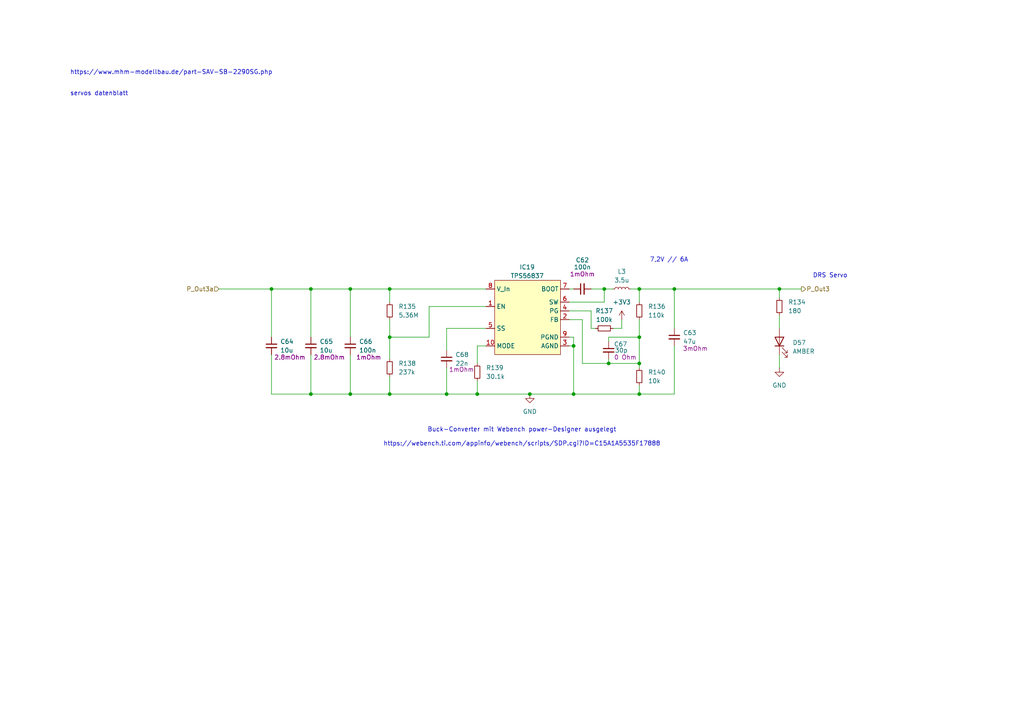
<source format=kicad_sch>
(kicad_sch (version 20231120) (generator "eeschema") (generator_version "8.0")
  (paper "A4")
  (title_block (title "PDU FT25") (date "2024-11-23") (rev "V1.1") (company "Janek Herm") (comment 1 "FaSTTUBe Electronics"))
  (lib_symbols
    (symbol "Device:C_Small" (pin_numbers hide) (pin_names (offset 0.254) hide)
      (property "Reference" "C" (at 0.254 1.778 0))
      (property "Value" "C_Small" (at 0.254 -2.032 0))
      (symbol "C_Small_0_1"
        (polyline (pts (xy -1.524 -0.508) (xy 1.524 -0.508)) (stroke (width 0.3302)))
        (polyline (pts (xy -1.524 0.508) (xy 1.524 0.508)) (stroke (width 0.3048)))
      )
      (symbol "C_Small_1_1"
        (pin passive line (at 0 2.54 270) (length 2.032) (name "~") (number "1"))
        (pin passive line (at 0 -2.54 90) (length 2.032) (name "~") (number "2"))
      )
    )
    (symbol "Device:LED" (pin_numbers hide) (pin_names (offset 1.016) hide)
      (property "Reference" "D" (at 0 2.54 0))
      (property "Value" "LED" (at 0 -2.54 0))
      (symbol "LED_0_1"
        (polyline (pts (xy -1.27 -1.27) (xy -1.27 1.27)) (stroke (width 0.254)))
        (polyline (pts (xy -1.27 0) (xy 1.27 0)))
        (polyline (pts (xy 1.27 -1.27) (xy 1.27 1.27) (xy -1.27 0) (xy 1.27 -1.27)) (stroke (width 0.254)))
        (polyline (pts (xy -3.048 -0.762) (xy -4.572 -2.286) (xy -3.81 -2.286) (xy -4.572 -2.286) (xy -4.572 -1.524)))
        (polyline (pts (xy -1.778 -0.762) (xy -3.302 -2.286) (xy -2.54 -2.286) (xy -3.302 -2.286) (xy -3.302 -1.524)))
      )
      (symbol "LED_1_1"
        (pin passive line (at -3.81 0 0) (length 2.54) (name "K") (number "1"))
        (pin passive line (at 3.81 0 180) (length 2.54) (name "A") (number "2"))
      )
    )
    (symbol "Device:L_Small" (pin_numbers hide) (pin_names (offset 0.254) hide)
      (property "Reference" "L" (at 0.762 1.016 0))
      (property "Value" "L_Small" (at 0.762 -1.016 0))
      (symbol "L_Small_0_1"
        (arc (start 0 -2.032) (mid 0.5058 -1.524) (end 0 -1.016))
        (arc (start 0 -1.016) (mid 0.5058 -0.508) (end 0 0))
        (arc (start 0 0) (mid 0.5058 0.508) (end 0 1.016))
        (arc (start 0 1.016) (mid 0.5058 1.524) (end 0 2.032))
      )
      (symbol "L_Small_1_1"
        (pin passive line (at 0 2.54 270) (length 0.508) (name "~") (number "1"))
        (pin passive line (at 0 -2.54 90) (length 0.508) (name "~") (number "2"))
      )
    )
    (symbol "Device:R_Small" (pin_numbers hide) (pin_names (offset 0.254) hide)
      (property "Reference" "R" (at 0.762 0.508 0))
      (property "Value" "R_Small" (at 0.762 -1.016 0))
      (symbol "R_Small_0_1"
        (rectangle (start -0.762 1.778) (end 0.762 -1.778) (stroke (width 0.2032)))
      )
      (symbol "R_Small_1_1"
        (pin passive line (at 0 2.54 270) (length 0.762) (name "~") (number "1"))
        (pin passive line (at 0 -2.54 90) (length 0.762) (name "~") (number "2"))
      )
    )
    (symbol "FaSTTUBe_Voltage_Regulators:TPS56837"
      (property "Reference" "IC" (at -3.556 10.922 0))
      (property "Value" "TPS56837" (at -3.302 8.636 0))
      (symbol "TPS56837_1_1"
        (rectangle (start -12.7 7.62) (end 6.35 -13.97) (fill (type background)))
        (pin input line (at -15.24 0 0) (length 2.54) (name "EN") (number "1"))
        (pin input line (at -15.24 -11.43 0) (length 2.54) (name "MODE") (number "10"))
        (pin input line (at 8.89 -3.81 180) (length 2.54) (name "FB") (number "2"))
        (pin input line (at 8.89 -11.43 180) (length 2.54) (name "AGND") (number "3"))
        (pin input line (at 8.89 -1.27 180) (length 2.54) (name "PG") (number "4"))
        (pin input line (at -15.24 -6.35 0) (length 2.54) (name "SS") (number "5"))
        (pin input line (at 8.89 1.27 180) (length 2.54) (name "SW") (number "6"))
        (pin input line (at 8.89 5.08 180) (length 2.54) (name "BOOT") (number "7"))
        (pin input line (at -15.24 5.08 0) (length 2.54) (name "V_In") (number "8"))
        (pin input line (at 8.89 -8.89 180) (length 2.54) (name "PGND") (number "9"))
      )
    )
    (symbol "power:+3.3V" (power) (pin_numbers hide) (pin_names (offset 0) hide)
      (property "Value" "+3.3V" (at 0 3.556 0))
      (symbol "+3.3V_0_1"
        (polyline (pts (xy -0.762 1.27) (xy 0 2.54)))
        (polyline (pts (xy 0 0) (xy 0 2.54)))
        (polyline (pts (xy 0 2.54) (xy 0.762 1.27)))
      )
      (symbol "+3.3V_1_1"
        (pin power_in line (at 0 0 90) (length 0) (name "~") (number "1"))
      )
    )
    (symbol "power:GND" (power) (pin_numbers hide) (pin_names (offset 0) hide)
      (property "Value" "GND" (at 0 -3.81 0))
      (symbol "GND_0_1"
        (polyline (pts (xy 0 0) (xy 0 -1.27) (xy 1.27 -1.27) (xy 0 -2.54) (xy -1.27 -1.27) (xy 0 -1.27)))
      )
      (symbol "GND_1_1"
        (pin power_in line (at 0 0 270) (length 0) (name "~") (number "1"))
      )
    )
  )
  (junction (at 113.03 114.3))
  (junction (at 226.06 83.82))
  (junction (at 195.58 83.82))
  (junction (at 185.42 105.41))
  (junction (at 113.03 83.82))
  (junction (at 185.42 83.82))
  (junction (at 101.6 114.3))
  (junction (at 129.54 114.3))
  (junction (at 185.42 114.3))
  (junction (at 176.53 105.41))
  (junction (at 101.6 83.82))
  (junction (at 185.42 97.79))
  (junction (at 90.17 83.82))
  (junction (at 153.67 114.3))
  (junction (at 78.74 83.82))
  (junction (at 138.43 114.3))
  (junction (at 175.26 83.82))
  (junction (at 166.37 114.3))
  (junction (at 113.03 97.79))
  (junction (at 166.37 100.33))
  (junction (at 90.17 114.3))
  (wire (pts (xy 124.46 88.9) (xy 124.46 97.79)))
  (wire (pts (xy 113.03 109.22) (xy 113.03 114.3)))
  (wire (pts (xy 165.1 92.71) (xy 168.91 92.71)))
  (wire (pts (xy 166.37 100.33) (xy 166.37 114.3)))
  (wire (pts (xy 226.06 83.82) (xy 226.06 86.36)))
  (wire (pts (xy 176.53 105.41) (xy 185.42 105.41)))
  (wire (pts (xy 226.06 102.87) (xy 226.06 106.68)))
  (wire (pts (xy 180.34 95.25) (xy 180.34 92.71)))
  (wire (pts (xy 226.06 91.44) (xy 226.06 95.25)))
  (wire (pts (xy 185.42 92.71) (xy 185.42 97.79)))
  (wire (pts (xy 101.6 102.87) (xy 101.6 114.3)))
  (wire (pts (xy 63.5 83.82) (xy 78.74 83.82)))
  (wire (pts (xy 90.17 102.87) (xy 90.17 114.3)))
  (wire (pts (xy 90.17 83.82) (xy 90.17 97.79)))
  (wire (pts (xy 185.42 111.76) (xy 185.42 114.3)))
  (wire (pts (xy 140.97 88.9) (xy 124.46 88.9)))
  (wire (pts (xy 177.8 83.82) (xy 175.26 83.82)))
  (wire (pts (xy 171.45 90.17) (xy 171.45 95.25)))
  (wire (pts (xy 129.54 106.68) (xy 129.54 114.3)))
  (wire (pts (xy 101.6 83.82) (xy 101.6 97.79)))
  (wire (pts (xy 175.26 87.63) (xy 175.26 83.82)))
  (wire (pts (xy 185.42 97.79) (xy 185.42 105.41)))
  (wire (pts (xy 185.42 83.82) (xy 185.42 87.63)))
  (wire (pts (xy 166.37 114.3) (xy 185.42 114.3)))
  (wire (pts (xy 166.37 97.79) (xy 166.37 100.33)))
  (wire (pts (xy 165.1 87.63) (xy 175.26 87.63)))
  (wire (pts (xy 138.43 110.49) (xy 138.43 114.3)))
  (wire (pts (xy 124.46 97.79) (xy 113.03 97.79)))
  (wire (pts (xy 185.42 114.3) (xy 195.58 114.3)))
  (wire (pts (xy 226.06 83.82) (xy 232.41 83.82)))
  (wire (pts (xy 185.42 83.82) (xy 195.58 83.82)))
  (wire (pts (xy 195.58 100.33) (xy 195.58 114.3)))
  (wire (pts (xy 113.03 114.3) (xy 129.54 114.3)))
  (wire (pts (xy 138.43 114.3) (xy 153.67 114.3)))
  (wire (pts (xy 113.03 92.71) (xy 113.03 97.79)))
  (wire (pts (xy 165.1 83.82) (xy 166.37 83.82)))
  (wire (pts (xy 195.58 83.82) (xy 195.58 95.25)))
  (wire (pts (xy 176.53 105.41) (xy 176.53 104.14)))
  (wire (pts (xy 78.74 102.87) (xy 78.74 114.3)))
  (wire (pts (xy 78.74 114.3) (xy 90.17 114.3)))
  (wire (pts (xy 165.1 90.17) (xy 171.45 90.17)))
  (wire (pts (xy 165.1 97.79) (xy 166.37 97.79)))
  (wire (pts (xy 171.45 95.25) (xy 172.72 95.25)))
  (wire (pts (xy 165.1 100.33) (xy 166.37 100.33)))
  (wire (pts (xy 140.97 100.33) (xy 138.43 100.33)))
  (wire (pts (xy 138.43 100.33) (xy 138.43 105.41)))
  (wire (pts (xy 90.17 83.82) (xy 101.6 83.82)))
  (wire (pts (xy 185.42 105.41) (xy 185.42 106.68)))
  (wire (pts (xy 168.91 92.71) (xy 168.91 105.41)))
  (wire (pts (xy 129.54 114.3) (xy 138.43 114.3)))
  (wire (pts (xy 113.03 83.82) (xy 113.03 87.63)))
  (wire (pts (xy 182.88 83.82) (xy 185.42 83.82)))
  (wire (pts (xy 171.45 83.82) (xy 175.26 83.82)))
  (wire (pts (xy 177.8 95.25) (xy 180.34 95.25)))
  (wire (pts (xy 140.97 95.25) (xy 129.54 95.25)))
  (wire (pts (xy 101.6 83.82) (xy 113.03 83.82)))
  (wire (pts (xy 78.74 83.82) (xy 90.17 83.82)))
  (wire (pts (xy 78.74 83.82) (xy 78.74 97.79)))
  (wire (pts (xy 113.03 97.79) (xy 113.03 104.14)))
  (wire (pts (xy 129.54 95.25) (xy 129.54 101.6)))
  (wire (pts (xy 168.91 105.41) (xy 176.53 105.41)))
  (wire (pts (xy 176.53 97.79) (xy 176.53 99.06)))
  (wire (pts (xy 101.6 114.3) (xy 113.03 114.3)))
  (wire (pts (xy 195.58 83.82) (xy 226.06 83.82)))
  (wire (pts (xy 153.67 114.3) (xy 166.37 114.3)))
  (wire (pts (xy 113.03 83.82) (xy 140.97 83.82)))
  (wire (pts (xy 90.17 114.3) (xy 101.6 114.3)))
  (wire (pts (xy 176.53 97.79) (xy 185.42 97.79)))
  (text "DRS Servo" (at 240.792 80.01 0) (effects (font (size 1.27 1.27))))
  (text "7,2V // 6A" (at 194.056 75.438 0) (effects (font (size 1.27 1.27))))
  (text "https://www.mhm-modellbau.de/part-SAV-SB-2290SG.php\n\n\nservos datenblatt" (at 20.32 27.94 0) (effects (font (size 1.27 1.27)) (justify left bottom)))
  (text "Buck-Converter mit Webench power-Designer ausgelegt\n\nhttps://webench.ti.com/appinfo/webench/scripts/SDP.cgi?ID=C15A1A5535F17888" (at 151.384 126.746 0) (effects (font (size 1.27 1.27))))
  (hierarchical_label "P_Out3" (shape output) (at 232.41 83.82 0))
  (hierarchical_label "P_Out3a" (shape input) (at 63.5 83.82 180))
  (symbol (lib_id "Device:R_Small") (at 185.42 109.22 0) (unit 1)
    (property "Reference" "R140" (at 187.96 107.9499 0) (effects (justify left)))
    (property "Value" "10k" (at 187.96 110.4899 0) (effects (justify left)))
    (property "Footprint" "Resistor_SMD:R_0603_1608Metric_Pad0.98x0.95mm_HandSolder" (effects (hide yes)))
    (property "Description" "Resistor, small symbol" (effects (hide yes)))
  )
  (symbol (lib_id "Device:C_Small") (at 78.74 100.33 0) (unit 1)
    (property "Reference" "C64" (at 81.28 99.0662 0) (effects (justify left)))
    (property "Value" "10u" (at 81.28 101.6062 0) (effects (justify left)))
    (property "Footprint" "Capacitor_SMD:C_1210_3225Metric_Pad1.33x2.70mm_HandSolder" (effects (hide yes)))
    (property "Description" "Unpolarized capacitor, small symbol" (effects (hide yes)))
    (property "Resistance" "2.8mOhm" (at 84.074 103.632 0))
  )
  (symbol (lib_id "Device:C_Small") (at 129.54 104.14 0) (unit 1)
    (property "Reference" "C68" (at 132.08 102.8762 0) (effects (justify left)))
    (property "Value" "22n" (at 132.08 105.4162 0) (effects (justify left)))
    (property "Footprint" "Capacitor_SMD:C_0402_1005Metric_Pad0.74x0.62mm_HandSolder" (effects (hide yes)))
    (property "Description" "Unpolarized capacitor, small symbol" (effects (hide yes)))
    (property "Resistance" "1mOhm" (at 133.858 107.188 0))
  )
  (symbol (lib_id "Device:C_Small") (at 101.6 100.33 0) (unit 1)
    (property "Reference" "C66" (at 104.14 99.0662 0) (effects (justify left)))
    (property "Value" "100n" (at 104.14 101.6062 0) (effects (justify left)))
    (property "Footprint" "Capacitor_SMD:C_0805_2012Metric_Pad1.18x1.45mm_HandSolder" (effects (hide yes)))
    (property "Description" "Unpolarized capacitor, small symbol" (effects (hide yes)))
    (property "Resistance" "1mOhm" (at 106.934 103.632 0))
  )
  (symbol (lib_id "FaSTTUBe_Voltage_Regulators:TPS56837") (at 156.21 88.9 0) (unit 1)
    (property "Reference" "IC19" (at 152.908 77.47 0))
    (property "Value" "TPS56837" (at 152.908 80.01 0))
    (property "Footprint" "FaSTTUBe_Voltage_Regulators:RPA0010A-MFG" (effects (hide yes)))
    (property "Datasheet" "https://www.ti.com/lit/ds/symlink/tps56837.pdf?ts=1731338435977" (effects (hide yes)))
  )
  (symbol (lib_id "Device:R_Small") (at 138.43 107.95 0) (unit 1)
    (property "Reference" "R139" (at 140.97 106.6799 0) (effects (justify left)))
    (property "Value" "30.1k" (at 140.97 109.2199 0) (effects (justify left)))
    (property "Footprint" "Resistor_SMD:R_0603_1608Metric_Pad0.98x0.95mm_HandSolder" (effects (hide yes)))
    (property "Description" "Resistor, small symbol" (effects (hide yes)))
  )
  (symbol (lib_id "power:GND") (at 153.67 114.3 0) (unit 1)
    (property "Reference" "#PWR0177" (effects (hide yes)))
    (property "Value" "GND" (at 153.67 119.38 0))
    (property "Description" "Power symbol creates a global label with name \"GND\" , ground" (effects (hide yes)))
  )
  (symbol (lib_id "Device:C_Small") (at 195.58 97.79 0) (unit 1)
    (property "Reference" "C63" (at 198.12 96.5262 0) (effects (justify left)))
    (property "Value" "47u" (at 198.12 99.0662 0) (effects (justify left)))
    (property "Footprint" "Capacitor_SMD:C_1210_3225Metric_Pad1.33x2.70mm_HandSolder" (effects (hide yes)))
    (property "Description" "Unpolarized capacitor, small symbol" (effects (hide yes)))
    (property "Resistance" "3mOhm" (at 201.676 101.092 0))
  )
  (symbol (lib_id "Device:R_Small") (at 226.06 88.9 0) (unit 1)
    (property "Reference" "R134" (at 228.6 87.6299 0) (effects (justify left)))
    (property "Value" "180" (at 228.6 90.1699 0) (effects (justify left)))
    (property "Description" "Resistor, small symbol" (effects (hide yes)))
  )
  (symbol (lib_id "Device:R_Small") (at 113.03 106.68 0) (unit 1)
    (property "Reference" "R138" (at 115.57 105.4099 0) (effects (justify left)))
    (property "Value" "237k" (at 115.57 107.9499 0) (effects (justify left)))
    (property "Footprint" "Resistor_SMD:R_0603_1608Metric_Pad0.98x0.95mm_HandSolder" (effects (hide yes)))
    (property "Description" "Resistor, small symbol" (effects (hide yes)))
  )
  (symbol (lib_id "Device:C_Small") (at 176.53 101.6 0) (unit 1)
    (property "Reference" "C67" (at 178.054 99.8282 0) (effects (justify left)))
    (property "Value" "30p" (at 178.308 101.6062 0) (effects (justify left)))
    (property "Footprint" "Capacitor_SMD:C_0603_1608Metric_Pad1.08x0.95mm_HandSolder" (effects (hide yes)))
    (property "Description" "Unpolarized capacitor, small symbol" (effects (hide yes)))
    (property "Resistance" "0 Ohm" (at 181.356 103.632 0))
  )
  (symbol (lib_id "Device:L_Small") (at 180.34 83.82 90) (unit 1)
    (property "Reference" "L3" (at 180.34 78.74 90))
    (property "Value" "3.5u" (at 180.34 81.28 90))
    (property "Footprint" "WE-PD:WE-PD_1260_1245_1280_121054" (effects (hide yes)))
    (property "Datasheet" "https://www.we-online.com/components/products/datasheet/7447709003.pdf" (effects (hide yes)))
    (property "Description" "Inductor, small symbol" (effects (hide yes)))
  )
  (symbol (lib_id "Device:C_Small") (at 90.17 100.33 0) (unit 1)
    (property "Reference" "C65" (at 92.71 99.0662 0) (effects (justify left)))
    (property "Value" "10u" (at 92.71 101.6062 0) (effects (justify left)))
    (property "Footprint" "Capacitor_SMD:C_1210_3225Metric_Pad1.33x2.70mm_HandSolder" (effects (hide yes)))
    (property "Description" "Unpolarized capacitor, small symbol" (effects (hide yes)))
    (property "Resistance" "2.8mOhm" (at 95.504 103.632 0))
  )
  (symbol (lib_id "Device:R_Small") (at 185.42 90.17 0) (unit 1)
    (property "Reference" "R136" (at 187.96 88.8999 0) (effects (justify left)))
    (property "Value" "110k" (at 187.96 91.4399 0) (effects (justify left)))
    (property "Footprint" "Resistor_SMD:R_0603_1608Metric_Pad0.98x0.95mm_HandSolder" (effects (hide yes)))
    (property "Description" "Resistor, small symbol" (effects (hide yes)))
  )
  (symbol (lib_id "power:GND") (at 226.06 106.68 0) (unit 1)
    (property "Reference" "#PWR0176" (effects (hide yes)))
    (property "Value" "GND" (at 226.06 111.76 0))
    (property "Description" "Power symbol creates a global label with name \"GND\" , ground" (effects (hide yes)))
  )
  (symbol (lib_id "Device:C_Small") (at 168.91 83.82 90) (unit 1)
    (property "Reference" "C62" (at 168.9163 75.438 90))
    (property "Value" "100n" (at 168.9163 77.47 90))
    (property "Footprint" "Capacitor_SMD:C_0402_1005Metric_Pad0.74x0.62mm_HandSolder" (effects (hide yes)))
    (property "Description" "Unpolarized capacitor, small symbol" (effects (hide yes)))
    (property "Resistance" "1mOhm" (at 168.91 79.502 90))
  )
  (symbol (lib_id "power:+3.3V") (at 180.34 92.71 0) (unit 1)
    (property "Reference" "#PWR0175" (effects (hide yes)))
    (property "Value" "+3V3" (at 180.34 87.63 0))
    (property "Description" "Power symbol creates a global label with name \"+3.3V\"" (effects (hide yes)))
  )
  (symbol (lib_id "Device:R_Small") (at 113.03 90.17 0) (unit 1)
    (property "Reference" "R135" (at 115.57 88.8999 0) (effects (justify left)))
    (property "Value" "5.36M" (at 115.57 91.4399 0) (effects (justify left)))
    (property "Footprint" "Resistor_SMD:R_0603_1608Metric_Pad0.98x0.95mm_HandSolder" (effects (hide yes)))
    (property "Description" "Resistor, small symbol" (effects (hide yes)))
  )
  (symbol (lib_id "Device:LED") (at 226.06 99.06 90) (unit 1)
    (property "Reference" "D57" (at 229.87 99.3774 90) (effects (justify right)))
    (property "Value" "AMBER" (at 229.87 101.9174 90) (effects (justify right)))
    (property "Datasheet" "https://www.we-online.com/components/products/datasheet/150040AS73240.pdf" (effects (hide yes)))
    (property "Description" "Light emitting diode" (effects (hide yes)))
    (property "Field5" "MPR" (effects (hide yes)))
  )
  (symbol (lib_id "Device:R_Small") (at 175.26 95.25 90) (unit 1)
    (property "Reference" "R137" (at 175.26 90.17 90))
    (property "Value" "100k" (at 175.26 92.71 90))
    (property "Footprint" "Resistor_SMD:R_0603_1608Metric_Pad0.98x0.95mm_HandSolder" (effects (hide yes)))
    (property "Description" "Resistor, small symbol" (effects (hide yes)))
  )
)
</source>
